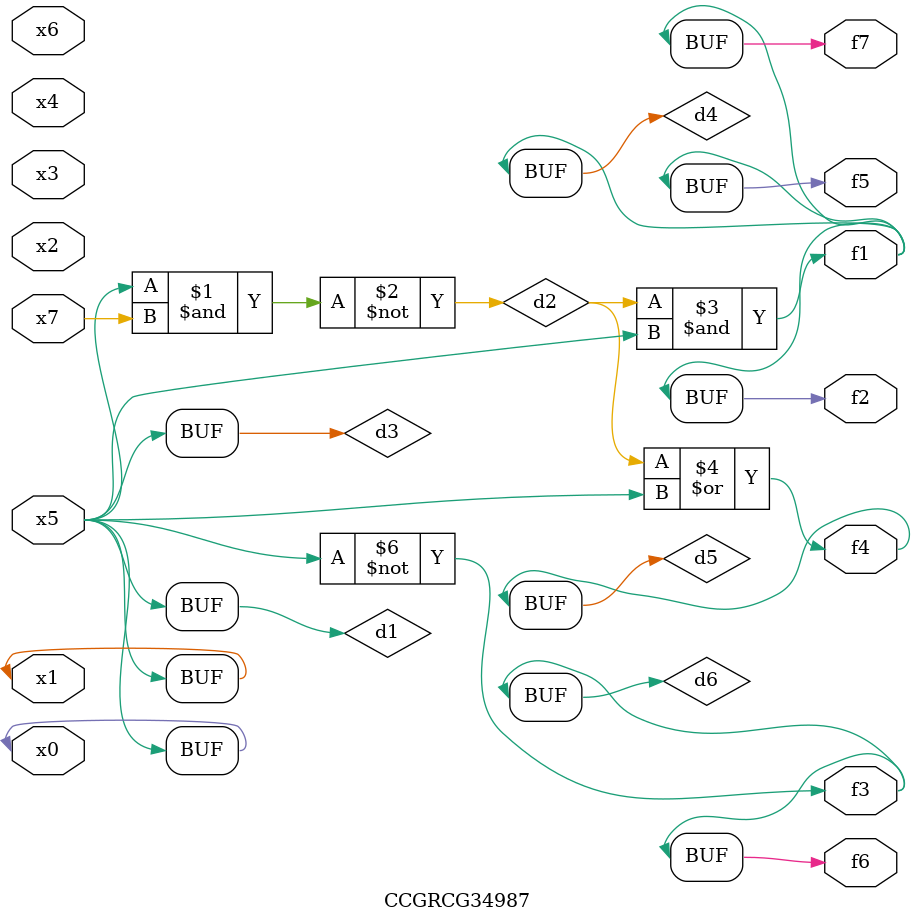
<source format=v>
module CCGRCG34987(
	input x0, x1, x2, x3, x4, x5, x6, x7,
	output f1, f2, f3, f4, f5, f6, f7
);

	wire d1, d2, d3, d4, d5, d6;

	buf (d1, x0, x5);
	nand (d2, x5, x7);
	buf (d3, x0, x1);
	and (d4, d2, d3);
	or (d5, d2, d3);
	nor (d6, d1, d3);
	assign f1 = d4;
	assign f2 = d4;
	assign f3 = d6;
	assign f4 = d5;
	assign f5 = d4;
	assign f6 = d6;
	assign f7 = d4;
endmodule

</source>
